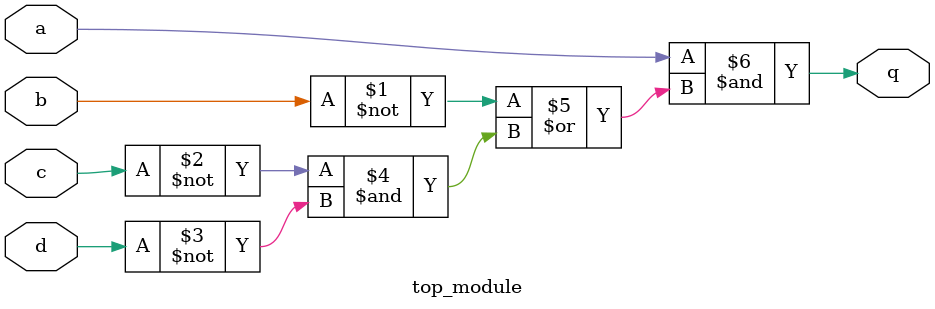
<source format=sv>
module top_module (
	input a, 
	input b, 
	input c, 
	input d,
	output q
);
	assign q = a & (~b | (~c & ~d));
endmodule

</source>
